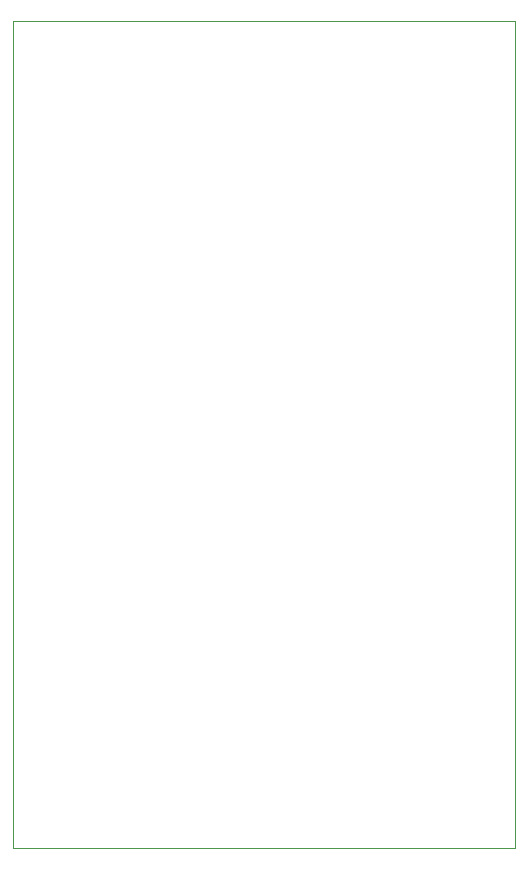
<source format=gbr>
%TF.GenerationSoftware,KiCad,Pcbnew,9.0.3*%
%TF.CreationDate,2025-08-15T22:13:16-04:00*%
%TF.ProjectId,bioimpedance,62696f69-6d70-4656-9461-6e63652e6b69,rev?*%
%TF.SameCoordinates,Original*%
%TF.FileFunction,Profile,NP*%
%FSLAX46Y46*%
G04 Gerber Fmt 4.6, Leading zero omitted, Abs format (unit mm)*
G04 Created by KiCad (PCBNEW 9.0.3) date 2025-08-15 22:13:16*
%MOMM*%
%LPD*%
G01*
G04 APERTURE LIST*
%TA.AperFunction,Profile*%
%ADD10C,0.050000*%
%TD*%
G04 APERTURE END LIST*
D10*
X92500000Y-30000000D02*
X135000000Y-30000000D01*
X135000000Y-100000000D01*
X92500000Y-100000000D01*
X92500000Y-30000000D01*
M02*

</source>
